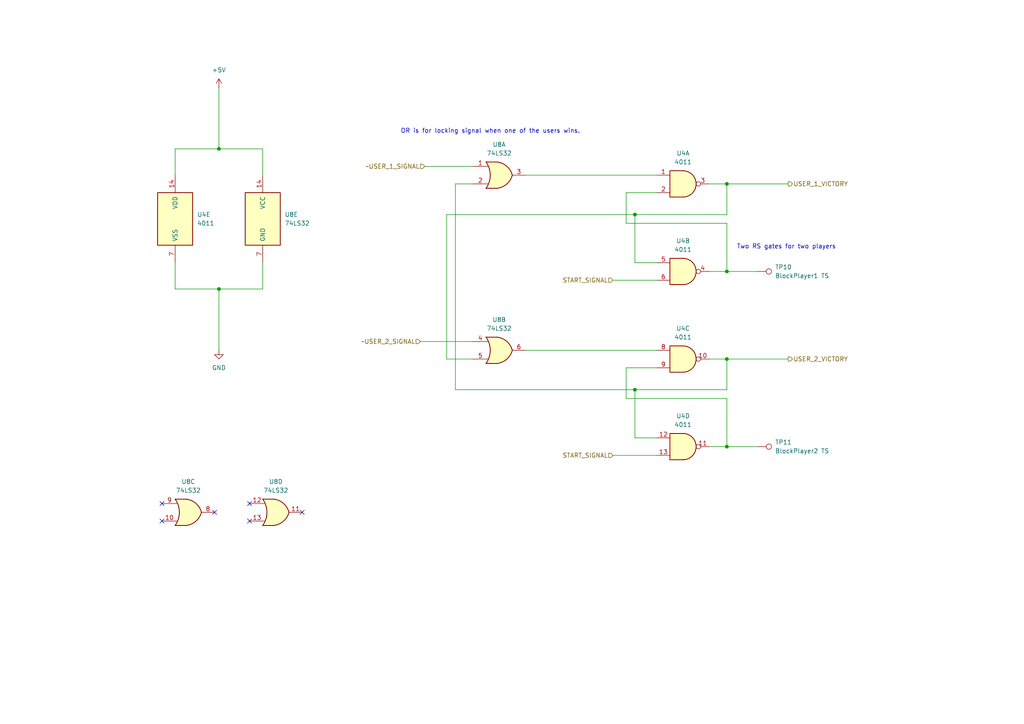
<source format=kicad_sch>
(kicad_sch (version 20231120) (generator "eeschema") (generator_version "8.0")
  (paper "A4")
  (lib_symbols
    (symbol "4xxx:4011" (pin_names (offset 1.016))
      (property "Reference" "U" (at 0 1.27 0))
      (property "Value" "4011" (at 0 -1.27 0))
      (symbol "4011_1_1"
        (arc (start 0 -3.81) (mid 3.7934 0) (end 0 3.81) (stroke (width 0.254)) (fill (type background)))
        (polyline (pts (xy 0 3.81) (xy -3.81 3.81) (xy -3.81 -3.81) (xy 0 -3.81)) (stroke (width 0.254)) (fill (type background)))
        (pin input line (at -7.62 2.54 0) (length 3.81) (name "~") (number "1"))
        (pin input line (at -7.62 -2.54 0) (length 3.81) (name "~") (number "2"))
        (pin output inverted (at 7.62 0 180) (length 3.81) (name "~") (number "3"))
      )
      (symbol "4011_1_2"
        (arc (start -3.81 -3.81) (mid -2.589 0) (end -3.81 3.81) (stroke (width 0.254)))
        (arc (start -0.6096 -3.81) (mid 2.1842 -2.5851) (end 3.81 0) (stroke (width 0.254)) (fill (type background)))
        (polyline (pts (xy -3.81 -3.81) (xy -0.635 -3.81)) (stroke (width 0.254)) (fill (type background)))
        (polyline (pts (xy -3.81 3.81) (xy -0.635 3.81)) (stroke (width 0.254)) (fill (type background)))
        (polyline (pts (xy -0.635 3.81) (xy -3.81 3.81) (xy -3.81 3.81) (xy -3.556 3.4036) (xy -3.0226 2.2606) (xy -2.6924 1.0414) (xy -2.6162 -0.254) (xy -2.7686 -1.4986) (xy -3.175 -2.7178) (xy -3.81 -3.81) (xy -3.81 -3.81) (xy -0.635 -3.81)) (stroke (width -25.4)) (fill (type background)))
        (arc (start 3.81 0) (mid 2.1915 2.5936) (end -0.6096 3.81) (stroke (width 0.254)) (fill (type background)))
        (pin input inverted (at -7.62 2.54 0) (length 4.318) (name "~") (number "1"))
        (pin input inverted (at -7.62 -2.54 0) (length 4.318) (name "~") (number "2"))
        (pin output line (at 7.62 0 180) (length 3.81) (name "~") (number "3"))
      )
      (symbol "4011_2_1"
        (arc (start 0 -3.81) (mid 3.7934 0) (end 0 3.81) (stroke (width 0.254)) (fill (type background)))
        (polyline (pts (xy 0 3.81) (xy -3.81 3.81) (xy -3.81 -3.81) (xy 0 -3.81)) (stroke (width 0.254)) (fill (type background)))
        (pin output inverted (at 7.62 0 180) (length 3.81) (name "~") (number "4"))
        (pin input line (at -7.62 2.54 0) (length 3.81) (name "~") (number "5"))
        (pin input line (at -7.62 -2.54 0) (length 3.81) (name "~") (number "6"))
      )
      (symbol "4011_2_2"
        (arc (start -3.81 -3.81) (mid -2.589 0) (end -3.81 3.81) (stroke (width 0.254)))
        (arc (start -0.6096 -3.81) (mid 2.1842 -2.5851) (end 3.81 0) (stroke (width 0.254)) (fill (type background)))
        (polyline (pts (xy -3.81 -3.81) (xy -0.635 -3.81)) (stroke (width 0.254)) (fill (type background)))
        (polyline (pts (xy -3.81 3.81) (xy -0.635 3.81)) (stroke (width 0.254)) (fill (type background)))
        (polyline (pts (xy -0.635 3.81) (xy -3.81 3.81) (xy -3.81 3.81) (xy -3.556 3.4036) (xy -3.0226 2.2606) (xy -2.6924 1.0414) (xy -2.6162 -0.254) (xy -2.7686 -1.4986) (xy -3.175 -2.7178) (xy -3.81 -3.81) (xy -3.81 -3.81) (xy -0.635 -3.81)) (stroke (width -25.4)) (fill (type background)))
        (arc (start 3.81 0) (mid 2.1915 2.5936) (end -0.6096 3.81) (stroke (width 0.254)) (fill (type background)))
        (pin output line (at 7.62 0 180) (length 3.81) (name "~") (number "4"))
        (pin input inverted (at -7.62 2.54 0) (length 4.318) (name "~") (number "5"))
        (pin input inverted (at -7.62 -2.54 0) (length 4.318) (name "~") (number "6"))
      )
      (symbol "4011_3_1"
        (arc (start 0 -3.81) (mid 3.7934 0) (end 0 3.81) (stroke (width 0.254)) (fill (type background)))
        (polyline (pts (xy 0 3.81) (xy -3.81 3.81) (xy -3.81 -3.81) (xy 0 -3.81)) (stroke (width 0.254)) (fill (type background)))
        (pin output inverted (at 7.62 0 180) (length 3.81) (name "~") (number "10"))
        (pin input line (at -7.62 2.54 0) (length 3.81) (name "~") (number "8"))
        (pin input line (at -7.62 -2.54 0) (length 3.81) (name "~") (number "9"))
      )
      (symbol "4011_3_2"
        (arc (start -3.81 -3.81) (mid -2.589 0) (end -3.81 3.81) (stroke (width 0.254)))
        (arc (start -0.6096 -3.81) (mid 2.1842 -2.5851) (end 3.81 0) (stroke (width 0.254)) (fill (type background)))
        (polyline (pts (xy -3.81 -3.81) (xy -0.635 -3.81)) (stroke (width 0.254)) (fill (type background)))
        (polyline (pts (xy -3.81 3.81) (xy -0.635 3.81)) (stroke (width 0.254)) (fill (type background)))
        (polyline (pts (xy -0.635 3.81) (xy -3.81 3.81) (xy -3.81 3.81) (xy -3.556 3.4036) (xy -3.0226 2.2606) (xy -2.6924 1.0414) (xy -2.6162 -0.254) (xy -2.7686 -1.4986) (xy -3.175 -2.7178) (xy -3.81 -3.81) (xy -3.81 -3.81) (xy -0.635 -3.81)) (stroke (width -25.4)) (fill (type background)))
        (arc (start 3.81 0) (mid 2.1915 2.5936) (end -0.6096 3.81) (stroke (width 0.254)) (fill (type background)))
        (pin output line (at 7.62 0 180) (length 3.81) (name "~") (number "10"))
        (pin input inverted (at -7.62 2.54 0) (length 4.318) (name "~") (number "8"))
        (pin input inverted (at -7.62 -2.54 0) (length 4.318) (name "~") (number "9"))
      )
      (symbol "4011_4_1"
        (arc (start 0 -3.81) (mid 3.7934 0) (end 0 3.81) (stroke (width 0.254)) (fill (type background)))
        (polyline (pts (xy 0 3.81) (xy -3.81 3.81) (xy -3.81 -3.81) (xy 0 -3.81)) (stroke (width 0.254)) (fill (type background)))
        (pin output inverted (at 7.62 0 180) (length 3.81) (name "~") (number "11"))
        (pin input line (at -7.62 2.54 0) (length 3.81) (name "~") (number "12"))
        (pin input line (at -7.62 -2.54 0) (length 3.81) (name "~") (number "13"))
      )
      (symbol "4011_4_2"
        (arc (start -3.81 -3.81) (mid -2.589 0) (end -3.81 3.81) (stroke (width 0.254)))
        (arc (start -0.6096 -3.81) (mid 2.1842 -2.5851) (end 3.81 0) (stroke (width 0.254)) (fill (type background)))
        (polyline (pts (xy -3.81 -3.81) (xy -0.635 -3.81)) (stroke (width 0.254)) (fill (type background)))
        (polyline (pts (xy -3.81 3.81) (xy -0.635 3.81)) (stroke (width 0.254)) (fill (type background)))
        (polyline (pts (xy -0.635 3.81) (xy -3.81 3.81) (xy -3.81 3.81) (xy -3.556 3.4036) (xy -3.0226 2.2606) (xy -2.6924 1.0414) (xy -2.6162 -0.254) (xy -2.7686 -1.4986) (xy -3.175 -2.7178) (xy -3.81 -3.81) (xy -3.81 -3.81) (xy -0.635 -3.81)) (stroke (width -25.4)) (fill (type background)))
        (arc (start 3.81 0) (mid 2.1915 2.5936) (end -0.6096 3.81) (stroke (width 0.254)) (fill (type background)))
        (pin output line (at 7.62 0 180) (length 3.81) (name "~") (number "11"))
        (pin input inverted (at -7.62 2.54 0) (length 4.318) (name "~") (number "12"))
        (pin input inverted (at -7.62 -2.54 0) (length 4.318) (name "~") (number "13"))
      )
      (symbol "4011_5_0"
        (pin power_in line (at 0 12.7 270) (length 5.08) (name "VDD") (number "14"))
        (pin power_in line (at 0 -12.7 90) (length 5.08) (name "VSS") (number "7"))
      )
      (symbol "4011_5_1"
        (rectangle (start -5.08 7.62) (end 5.08 -7.62) (stroke (width 0.254)) (fill (type background)))
      )
    )
    (symbol "74xx:74LS32" (pin_names (offset 1.016))
      (property "Reference" "U" (at 0 1.27 0))
      (property "Value" "74LS32" (at 0 -1.27 0))
      (symbol "74LS32_1_1"
        (arc (start -3.81 -3.81) (mid -2.589 0) (end -3.81 3.81) (stroke (width 0.254)))
        (arc (start -0.6096 -3.81) (mid 2.1842 -2.5851) (end 3.81 0) (stroke (width 0.254)) (fill (type background)))
        (polyline (pts (xy -3.81 -3.81) (xy -0.635 -3.81)) (stroke (width 0.254)) (fill (type background)))
        (polyline (pts (xy -3.81 3.81) (xy -0.635 3.81)) (stroke (width 0.254)) (fill (type background)))
        (polyline (pts (xy -0.635 3.81) (xy -3.81 3.81) (xy -3.81 3.81) (xy -3.556 3.4036) (xy -3.0226 2.2606) (xy -2.6924 1.0414) (xy -2.6162 -0.254) (xy -2.7686 -1.4986) (xy -3.175 -2.7178) (xy -3.81 -3.81) (xy -3.81 -3.81) (xy -0.635 -3.81)) (stroke (width -25.4)) (fill (type background)))
        (arc (start 3.81 0) (mid 2.1915 2.5936) (end -0.6096 3.81) (stroke (width 0.254)) (fill (type background)))
        (pin input line (at -7.62 2.54 0) (length 4.318) (name "~") (number "1"))
        (pin input line (at -7.62 -2.54 0) (length 4.318) (name "~") (number "2"))
        (pin output line (at 7.62 0 180) (length 3.81) (name "~") (number "3"))
      )
      (symbol "74LS32_1_2"
        (arc (start 0 -3.81) (mid 3.7934 0) (end 0 3.81) (stroke (width 0.254)) (fill (type background)))
        (polyline (pts (xy 0 3.81) (xy -3.81 3.81) (xy -3.81 -3.81) (xy 0 -3.81)) (stroke (width 0.254)) (fill (type background)))
        (pin input inverted (at -7.62 2.54 0) (length 3.81) (name "~") (number "1"))
        (pin input inverted (at -7.62 -2.54 0) (length 3.81) (name "~") (number "2"))
        (pin output inverted (at 7.62 0 180) (length 3.81) (name "~") (number "3"))
      )
      (symbol "74LS32_2_1"
        (arc (start -3.81 -3.81) (mid -2.589 0) (end -3.81 3.81) (stroke (width 0.254)))
        (arc (start -0.6096 -3.81) (mid 2.1842 -2.5851) (end 3.81 0) (stroke (width 0.254)) (fill (type background)))
        (polyline (pts (xy -3.81 -3.81) (xy -0.635 -3.81)) (stroke (width 0.254)) (fill (type background)))
        (polyline (pts (xy -3.81 3.81) (xy -0.635 3.81)) (stroke (width 0.254)) (fill (type background)))
        (polyline (pts (xy -0.635 3.81) (xy -3.81 3.81) (xy -3.81 3.81) (xy -3.556 3.4036) (xy -3.0226 2.2606) (xy -2.6924 1.0414) (xy -2.6162 -0.254) (xy -2.7686 -1.4986) (xy -3.175 -2.7178) (xy -3.81 -3.81) (xy -3.81 -3.81) (xy -0.635 -3.81)) (stroke (width -25.4)) (fill (type background)))
        (arc (start 3.81 0) (mid 2.1915 2.5936) (end -0.6096 3.81) (stroke (width 0.254)) (fill (type background)))
        (pin input line (at -7.62 2.54 0) (length 4.318) (name "~") (number "4"))
        (pin input line (at -7.62 -2.54 0) (length 4.318) (name "~") (number "5"))
        (pin output line (at 7.62 0 180) (length 3.81) (name "~") (number "6"))
      )
      (symbol "74LS32_2_2"
        (arc (start 0 -3.81) (mid 3.7934 0) (end 0 3.81) (stroke (width 0.254)) (fill (type background)))
        (polyline (pts (xy 0 3.81) (xy -3.81 3.81) (xy -3.81 -3.81) (xy 0 -3.81)) (stroke (width 0.254)) (fill (type background)))
        (pin input inverted (at -7.62 2.54 0) (length 3.81) (name "~") (number "4"))
        (pin input inverted (at -7.62 -2.54 0) (length 3.81) (name "~") (number "5"))
        (pin output inverted (at 7.62 0 180) (length 3.81) (name "~") (number "6"))
      )
      (symbol "74LS32_3_1"
        (arc (start -3.81 -3.81) (mid -2.589 0) (end -3.81 3.81) (stroke (width 0.254)))
        (arc (start -0.6096 -3.81) (mid 2.1842 -2.5851) (end 3.81 0) (stroke (width 0.254)) (fill (type background)))
        (polyline (pts (xy -3.81 -3.81) (xy -0.635 -3.81)) (stroke (width 0.254)) (fill (type background)))
        (polyline (pts (xy -3.81 3.81) (xy -0.635 3.81)) (stroke (width 0.254)) (fill (type background)))
        (polyline (pts (xy -0.635 3.81) (xy -3.81 3.81) (xy -3.81 3.81) (xy -3.556 3.4036) (xy -3.0226 2.2606) (xy -2.6924 1.0414) (xy -2.6162 -0.254) (xy -2.7686 -1.4986) (xy -3.175 -2.7178) (xy -3.81 -3.81) (xy -3.81 -3.81) (xy -0.635 -3.81)) (stroke (width -25.4)) (fill (type background)))
        (arc (start 3.81 0) (mid 2.1915 2.5936) (end -0.6096 3.81) (stroke (width 0.254)) (fill (type background)))
        (pin input line (at -7.62 -2.54 0) (length 4.318) (name "~") (number "10"))
        (pin output line (at 7.62 0 180) (length 3.81) (name "~") (number "8"))
        (pin input line (at -7.62 2.54 0) (length 4.318) (name "~") (number "9"))
      )
      (symbol "74LS32_3_2"
        (arc (start 0 -3.81) (mid 3.7934 0) (end 0 3.81) (stroke (width 0.254)) (fill (type background)))
        (polyline (pts (xy 0 3.81) (xy -3.81 3.81) (xy -3.81 -3.81) (xy 0 -3.81)) (stroke (width 0.254)) (fill (type background)))
        (pin input inverted (at -7.62 -2.54 0) (length 3.81) (name "~") (number "10"))
        (pin output inverted (at 7.62 0 180) (length 3.81) (name "~") (number "8"))
        (pin input inverted (at -7.62 2.54 0) (length 3.81) (name "~") (number "9"))
      )
      (symbol "74LS32_4_1"
        (arc (start -3.81 -3.81) (mid -2.589 0) (end -3.81 3.81) (stroke (width 0.254)))
        (arc (start -0.6096 -3.81) (mid 2.1842 -2.5851) (end 3.81 0) (stroke (width 0.254)) (fill (type background)))
        (polyline (pts (xy -3.81 -3.81) (xy -0.635 -3.81)) (stroke (width 0.254)) (fill (type background)))
        (polyline (pts (xy -3.81 3.81) (xy -0.635 3.81)) (stroke (width 0.254)) (fill (type background)))
        (polyline (pts (xy -0.635 3.81) (xy -3.81 3.81) (xy -3.81 3.81) (xy -3.556 3.4036) (xy -3.0226 2.2606) (xy -2.6924 1.0414) (xy -2.6162 -0.254) (xy -2.7686 -1.4986) (xy -3.175 -2.7178) (xy -3.81 -3.81) (xy -3.81 -3.81) (xy -0.635 -3.81)) (stroke (width -25.4)) (fill (type background)))
        (arc (start 3.81 0) (mid 2.1915 2.5936) (end -0.6096 3.81) (stroke (width 0.254)) (fill (type background)))
        (pin output line (at 7.62 0 180) (length 3.81) (name "~") (number "11"))
        (pin input line (at -7.62 2.54 0) (length 4.318) (name "~") (number "12"))
        (pin input line (at -7.62 -2.54 0) (length 4.318) (name "~") (number "13"))
      )
      (symbol "74LS32_4_2"
        (arc (start 0 -3.81) (mid 3.7934 0) (end 0 3.81) (stroke (width 0.254)) (fill (type background)))
        (polyline (pts (xy 0 3.81) (xy -3.81 3.81) (xy -3.81 -3.81) (xy 0 -3.81)) (stroke (width 0.254)) (fill (type background)))
        (pin output inverted (at 7.62 0 180) (length 3.81) (name "~") (number "11"))
        (pin input inverted (at -7.62 2.54 0) (length 3.81) (name "~") (number "12"))
        (pin input inverted (at -7.62 -2.54 0) (length 3.81) (name "~") (number "13"))
      )
      (symbol "74LS32_5_0"
        (pin power_in line (at 0 12.7 270) (length 5.08) (name "VCC") (number "14"))
        (pin power_in line (at 0 -12.7 90) (length 5.08) (name "GND") (number "7"))
      )
      (symbol "74LS32_5_1"
        (rectangle (start -5.08 7.62) (end 5.08 -7.62) (stroke (width 0.254)) (fill (type background)))
      )
    )
    (symbol "Connector:TestPoint" (pin_numbers hide) (pin_names (offset 0.762) hide)
      (property "Reference" "TP" (at 0 6.858 0))
      (property "Value" "TestPoint" (at 0 5.08 0))
      (symbol "TestPoint_0_1"
        (circle (center 0 3.302) (radius 0.762))
      )
      (symbol "TestPoint_1_1"
        (pin passive line (at 0 0 90) (length 2.54) (name "1") (number "1"))
      )
    )
    (symbol "power:+5V" (power) (pin_numbers hide) (pin_names (offset 0) hide)
      (property "Value" "+5V" (at 0 3.556 0))
      (symbol "+5V_0_1"
        (polyline (pts (xy -0.762 1.27) (xy 0 2.54)))
        (polyline (pts (xy 0 0) (xy 0 2.54)))
        (polyline (pts (xy 0 2.54) (xy 0.762 1.27)))
      )
      (symbol "+5V_1_1"
        (pin power_in line (at 0 0 90) (length 0) (name "~") (number "1"))
      )
    )
    (symbol "power:GND" (power) (pin_numbers hide) (pin_names (offset 0) hide)
      (property "Value" "GND" (at 0 -3.81 0))
      (symbol "GND_0_1"
        (polyline (pts (xy 0 0) (xy 0 -1.27) (xy 1.27 -1.27) (xy 0 -2.54) (xy -1.27 -1.27) (xy 0 -1.27)))
      )
      (symbol "GND_1_1"
        (pin power_in line (at 0 0 270) (length 0) (name "~") (number "1"))
      )
    )
  )
  (junction (at 184.15 62.23))
  (junction (at 210.82 104.14))
  (junction (at 210.82 129.54))
  (junction (at 210.82 78.74))
  (junction (at 63.5 83.82))
  (junction (at 63.5 43.18))
  (junction (at 184.15 113.03))
  (junction (at 210.82 53.34))
  (no_connect (at 87.63 148.59))
  (no_connect (at 72.39 146.05))
  (no_connect (at 46.99 146.05))
  (no_connect (at 72.39 151.13))
  (no_connect (at 62.23 148.59))
  (no_connect (at 46.99 151.13))
  (wire (pts (xy 210.82 53.34) (xy 228.6 53.34)))
  (wire (pts (xy 228.6 104.14) (xy 210.82 104.14)))
  (wire (pts (xy 50.8 43.18) (xy 63.5 43.18)))
  (wire (pts (xy 210.82 104.14) (xy 205.74 104.14)))
  (wire (pts (xy 63.5 43.18) (xy 76.2 43.18)))
  (wire (pts (xy 184.15 62.23) (xy 129.54 62.23)))
  (wire (pts (xy 181.61 55.88) (xy 190.5 55.88)))
  (wire (pts (xy 132.08 53.34) (xy 137.16 53.34)))
  (wire (pts (xy 210.82 129.54) (xy 219.71 129.54)))
  (wire (pts (xy 210.82 113.03) (xy 184.15 113.03)))
  (wire (pts (xy 129.54 62.23) (xy 129.54 104.14)))
  (wire (pts (xy 152.4 50.8) (xy 190.5 50.8)))
  (wire (pts (xy 210.82 129.54) (xy 210.82 115.57)))
  (wire (pts (xy 50.8 83.82) (xy 63.5 83.82)))
  (wire (pts (xy 190.5 127) (xy 184.15 127)))
  (wire (pts (xy 184.15 113.03) (xy 184.15 127)))
  (wire (pts (xy 210.82 78.74) (xy 210.82 64.77)))
  (wire (pts (xy 181.61 106.68) (xy 190.5 106.68)))
  (wire (pts (xy 184.15 113.03) (xy 132.08 113.03)))
  (wire (pts (xy 63.5 25.4) (xy 63.5 43.18)))
  (wire (pts (xy 132.08 53.34) (xy 132.08 113.03)))
  (wire (pts (xy 177.8 81.28) (xy 190.5 81.28)))
  (wire (pts (xy 181.61 115.57) (xy 181.61 106.68)))
  (wire (pts (xy 210.82 53.34) (xy 205.74 53.34)))
  (wire (pts (xy 210.82 62.23) (xy 210.82 53.34)))
  (wire (pts (xy 121.92 99.06) (xy 137.16 99.06)))
  (wire (pts (xy 152.4 101.6) (xy 190.5 101.6)))
  (wire (pts (xy 190.5 76.2) (xy 184.15 76.2)))
  (wire (pts (xy 63.5 83.82) (xy 63.5 101.6)))
  (wire (pts (xy 129.54 104.14) (xy 137.16 104.14)))
  (wire (pts (xy 76.2 83.82) (xy 76.2 76.2)))
  (wire (pts (xy 123.19 48.26) (xy 137.16 48.26)))
  (wire (pts (xy 210.82 64.77) (xy 181.61 64.77)))
  (wire (pts (xy 210.82 78.74) (xy 219.71 78.74)))
  (wire (pts (xy 184.15 62.23) (xy 184.15 76.2)))
  (wire (pts (xy 50.8 76.2) (xy 50.8 83.82)))
  (wire (pts (xy 177.8 132.08) (xy 190.5 132.08)))
  (wire (pts (xy 63.5 83.82) (xy 76.2 83.82)))
  (wire (pts (xy 205.74 78.74) (xy 210.82 78.74)))
  (wire (pts (xy 210.82 62.23) (xy 184.15 62.23)))
  (wire (pts (xy 76.2 43.18) (xy 76.2 50.8)))
  (wire (pts (xy 205.74 129.54) (xy 210.82 129.54)))
  (wire (pts (xy 210.82 113.03) (xy 210.82 104.14)))
  (wire (pts (xy 181.61 64.77) (xy 181.61 55.88)))
  (wire (pts (xy 50.8 50.8) (xy 50.8 43.18)))
  (wire (pts (xy 210.82 115.57) (xy 181.61 115.57)))
  (text "OR is for locking signal when one of the users wins." (at 142.24 38.1 0) (effects (font (size 1.27 1.27))))
  (text "Two RS gates for two players" (at 228.092 71.628 0) (effects (font (size 1.27 1.27))))
  (hierarchical_label "~USER_1_SIGNAL" (shape input) (at 123.19 48.26 180))
  (hierarchical_label "START_SIGNAL" (shape input) (at 177.8 132.08 180))
  (hierarchical_label "~USER_2_SIGNAL" (shape input) (at 121.92 99.06 180))
  (hierarchical_label "USER_1_VICTORY" (shape output) (at 228.6 53.34 0))
  (hierarchical_label "USER_2_VICTORY" (shape output) (at 228.6 104.14 0))
  (hierarchical_label "START_SIGNAL" (shape input) (at 177.8 81.28 180))
  (symbol (lib_id "4xxx:4011") (at 198.12 78.74 0) (unit 2)
    (property "Reference" "U4" (at 198.1117 69.85 0))
    (property "Value" "4011" (at 198.1117 72.39 0))
    (property "Footprint" "Package_DIP:DIP-14_W7.62mm" (effects (hide yes)))
    (property "Datasheet" "http://www.intersil.com/content/dam/Intersil/documents/cd40/cd4011bms-12bms-23bms.pdf" (effects (hide yes)))
    (property "Description" "Quad Nand 2 inputs" (effects (hide yes)))
  )
  (symbol (lib_id "74xx:74LS32") (at 80.01 148.59 0) (unit 4)
    (property "Reference" "U8" (at 80.01 139.7 0))
    (property "Value" "74LS32" (at 80.01 142.24 0))
    (property "Footprint" "Package_DIP:DIP-14_W7.62mm" (effects (hide yes)))
    (property "Datasheet" "http://www.ti.com/lit/gpn/sn74LS32" (effects (hide yes)))
    (property "Description" "Quad 2-input OR" (effects (hide yes)))
  )
  (symbol (lib_id "74xx:74LS32") (at 144.78 50.8 0) (unit 1)
    (property "Reference" "U8" (at 144.78 41.91 0))
    (property "Value" "74LS32" (at 144.78 44.45 0))
    (property "Footprint" "Package_DIP:DIP-14_W7.62mm" (effects (hide yes)))
    (property "Datasheet" "http://www.ti.com/lit/gpn/sn74LS32" (effects (hide yes)))
    (property "Description" "Quad 2-input OR" (effects (hide yes)))
  )
  (symbol (lib_id "4xxx:4011") (at 198.12 104.14 0) (unit 3)
    (property "Reference" "U4" (at 198.1117 95.25 0))
    (property "Value" "4011" (at 198.1117 97.79 0))
    (property "Footprint" "Package_DIP:DIP-14_W7.62mm" (effects (hide yes)))
    (property "Datasheet" "http://www.intersil.com/content/dam/Intersil/documents/cd40/cd4011bms-12bms-23bms.pdf" (effects (hide yes)))
    (property "Description" "Quad Nand 2 inputs" (effects (hide yes)))
  )
  (symbol (lib_id "74xx:74LS32") (at 144.78 101.6 0) (unit 2)
    (property "Reference" "U8" (at 144.78 92.71 0))
    (property "Value" "74LS32" (at 144.78 95.25 0))
    (property "Footprint" "Package_DIP:DIP-14_W7.62mm" (effects (hide yes)))
    (property "Datasheet" "http://www.ti.com/lit/gpn/sn74LS32" (effects (hide yes)))
    (property "Description" "Quad 2-input OR" (effects (hide yes)))
  )
  (symbol (lib_id "4xxx:4011") (at 198.12 129.54 0) (unit 4)
    (property "Reference" "U4" (at 198.1117 120.65 0))
    (property "Value" "4011" (at 198.1117 123.19 0))
    (property "Footprint" "Package_DIP:DIP-14_W7.62mm" (effects (hide yes)))
    (property "Datasheet" "http://www.intersil.com/content/dam/Intersil/documents/cd40/cd4011bms-12bms-23bms.pdf" (effects (hide yes)))
    (property "Description" "Quad Nand 2 inputs" (effects (hide yes)))
  )
  (symbol (lib_id "Connector:TestPoint") (at 219.71 78.74 270) (unit 1)
    (property "Reference" "TP10" (at 224.79 77.4699 90) (effects (justify left)))
    (property "Value" "BlockPlayer1 TS" (at 224.79 80.0099 90) (effects (justify left)))
    (property "Footprint" "Connector_PinHeader_2.54mm:PinHeader_1x01_P2.54mm_Vertical" (effects (hide yes)))
    (property "Description" "test point" (effects (hide yes)))
  )
  (symbol (lib_id "Connector:TestPoint") (at 219.71 129.54 270) (unit 1)
    (property "Reference" "TP11" (at 224.79 128.2699 90) (effects (justify left)))
    (property "Value" "BlockPlayer2 TS" (at 224.79 130.8099 90) (effects (justify left)))
    (property "Footprint" "Connector_PinHeader_2.54mm:PinHeader_1x01_P2.54mm_Vertical" (effects (hide yes)))
    (property "Description" "test point" (effects (hide yes)))
  )
  (symbol (lib_id "74xx:74LS32") (at 76.2 63.5 0) (unit 5)
    (property "Reference" "U8" (at 82.55 62.2299 0) (effects (justify left)))
    (property "Value" "74LS32" (at 82.55 64.7699 0) (effects (justify left)))
    (property "Footprint" "Package_DIP:DIP-14_W7.62mm" (effects (hide yes)))
    (property "Datasheet" "http://www.ti.com/lit/gpn/sn74LS32" (effects (hide yes)))
    (property "Description" "Quad 2-input OR" (effects (hide yes)))
  )
  (symbol (lib_id "power:+5V") (at 63.5 25.4 0) (unit 1)
    (property "Reference" "#PWR014" (effects (hide yes)))
    (property "Value" "+5V" (at 63.5 20.32 0))
    (property "Description" "Power symbol creates a global label with name \"+5V\"" (effects (hide yes)))
  )
  (symbol (lib_id "4xxx:4011") (at 50.8 63.5 0) (unit 5)
    (property "Reference" "U4" (at 57.15 62.2299 0) (effects (justify left)))
    (property "Value" "4011" (at 57.15 64.7699 0) (effects (justify left)))
    (property "Footprint" "Package_DIP:DIP-14_W7.62mm" (effects (hide yes)))
    (property "Datasheet" "http://www.intersil.com/content/dam/Intersil/documents/cd40/cd4011bms-12bms-23bms.pdf" (effects (hide yes)))
    (property "Description" "Quad Nand 2 inputs" (effects (hide yes)))
  )
  (symbol (lib_id "power:GND") (at 63.5 101.6 0) (unit 1)
    (property "Reference" "#PWR015" (effects (hide yes)))
    (property "Value" "GND" (at 63.5 106.68 0))
    (property "Description" "Power symbol creates a global label with name \"GND\" , ground" (effects (hide yes)))
  )
  (symbol (lib_id "4xxx:4011") (at 198.12 53.34 0) (unit 1)
    (property "Reference" "U4" (at 198.1117 44.45 0))
    (property "Value" "4011" (at 198.1117 46.99 0))
    (property "Footprint" "Package_DIP:DIP-14_W7.62mm" (effects (hide yes)))
    (property "Datasheet" "http://www.intersil.com/content/dam/Intersil/documents/cd40/cd4011bms-12bms-23bms.pdf" (effects (hide yes)))
    (property "Description" "Quad Nand 2 inputs" (effects (hide yes)))
  )
  (symbol (lib_id "74xx:74LS32") (at 54.61 148.59 0) (unit 3)
    (property "Reference" "U8" (at 54.61 139.7 0))
    (property "Value" "74LS32" (at 54.61 142.24 0))
    (property "Footprint" "Package_DIP:DIP-14_W7.62mm" (effects (hide yes)))
    (property "Datasheet" "http://www.ti.com/lit/gpn/sn74LS32" (effects (hide yes)))
    (property "Description" "Quad 2-input OR" (effects (hide yes)))
  )
)
</source>
